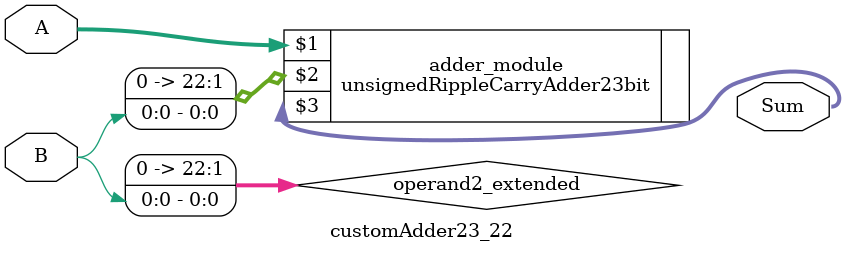
<source format=v>

module customAdder23_22(
                    input [22 : 0] A,
                    input [0 : 0] B,
                    
                    output [23 : 0] Sum
            );

    wire [22 : 0] operand2_extended;
    
    assign operand2_extended =  {22'b0, B};
    
    unsignedRippleCarryAdder23bit adder_module(
        A,
        operand2_extended,
        Sum
    );
    
endmodule
        
</source>
